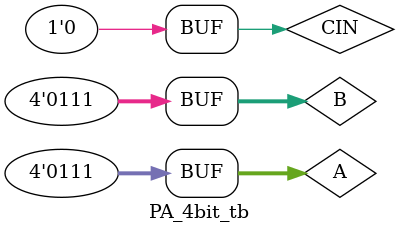
<source format=v>
module full_adder(cout, s, a, b, cin);
    output cout, s;
    input a, b, cin;
    wire x, y, z;
    xor(x, a, b);
    xor(s, x, cin);
    and(y, x, cin);
    and(z, a, b);
    or(cout, y, z);
endmodule

module parallel_adder_4bit(s, cout, cin, a, b);
    output [3:0] s;
    output cout;
    input cin;
    input [3:0] a, b;
    wire c0, c1, c2;
    wire y1, y2, y3, y4;

    full_adder FA0(c0, s[0], a[0], b[0], cin);
    full_adder FA1(c1, s[1], a[1], b[1], c0);
    full_adder FA2(c2, s[2], a[2], b[2], c1);
    full_adder FA3(cout, s[3], a[3], b[3], c2);
endmodule

module PA_4bit_tb();
    wire [3:0] S;
    wire COUT;
    reg [3:0] A, B;
    reg CIN;

    parallel_adder_4bit PA4(S, COUT, CIN, A, B);
    
    initial
    begin
        $dumpfile("Adder.vcd");
        $dumpvars;
        
        CIN = 0; A = 4'b1000; B = 4'b1000; #10;
        CIN = 0; A = 4'b1011; B = 4'b1011; #10;
        CIN = 0; A = 4'b1001; B = 4'b1001; #10;
        CIN = 0; A = 4'b0111; B = 4'b0111; #10;
      
    end
endmodule
</source>
